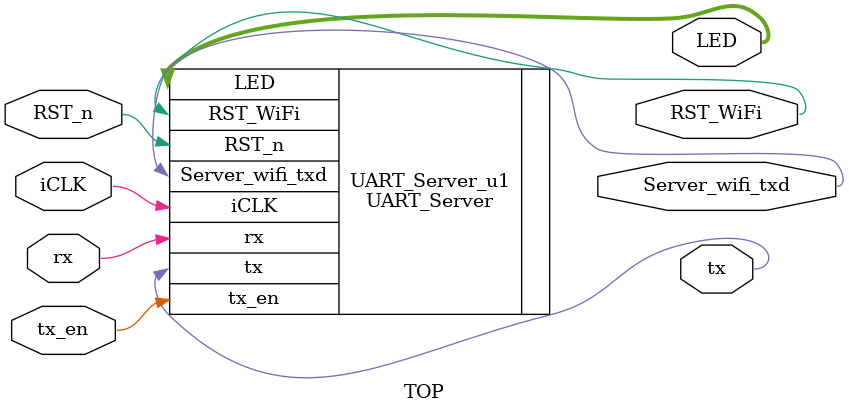
<source format=v>
module TOP(
			input iCLK,RST_n,
			input tx_en,
			input rx,
			output tx,
			output [7:0] LED,
			output Server_wifi_txd,
			output RST_WiFi
			);

UART_Server UART_Server_u1(
			.iCLK(iCLK),
			.RST_n(RST_n),
			.tx_en(tx_en),
			.rx(rx),
			.tx(tx),
			.LED(LED),
			.Server_wifi_txd(Server_wifi_txd),
			.RST_WiFi(RST_WiFi)
			);
			
endmodule

</source>
